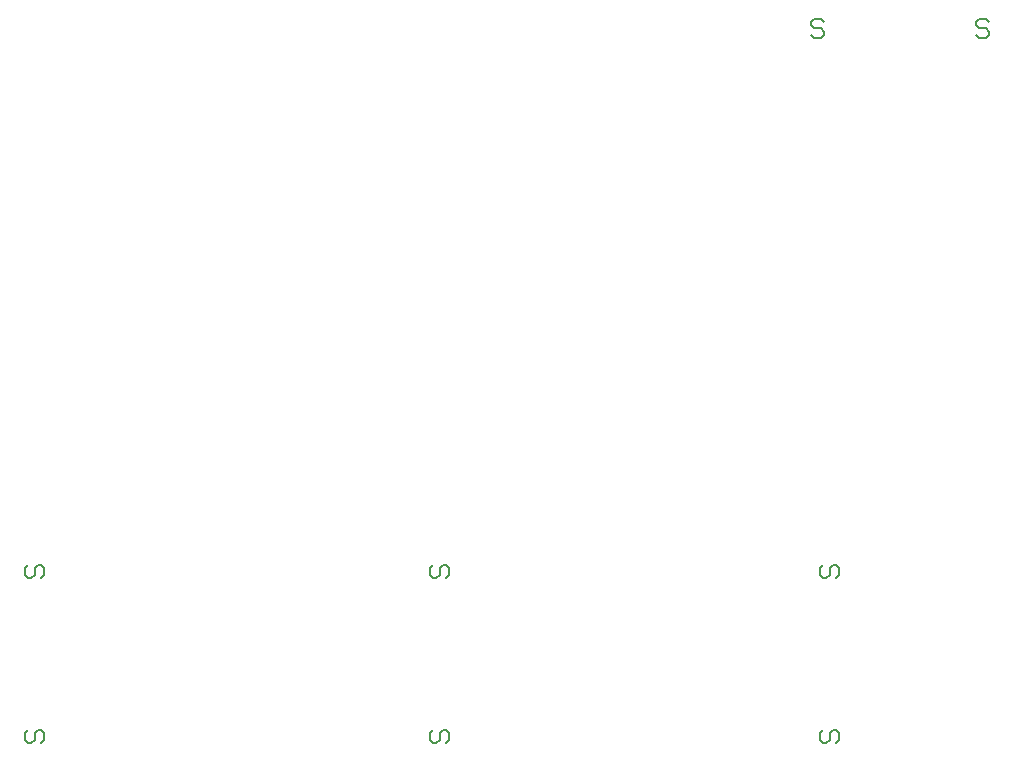
<source format=gbo>
G75*
%MOIN*%
%OFA0B0*%
%FSLAX25Y25*%
%IPPOS*%
%LPD*%
%AMOC8*
5,1,8,0,0,1.08239X$1,22.5*
%
%ADD10C,0.00600*%
D10*
X0050895Y0028968D02*
X0051962Y0027900D01*
X0053030Y0027900D01*
X0054097Y0028968D01*
X0054097Y0031103D01*
X0055165Y0032170D01*
X0056232Y0032170D01*
X0057300Y0031103D01*
X0057300Y0028968D01*
X0056232Y0027900D01*
X0050895Y0028968D02*
X0050895Y0031103D01*
X0051962Y0032170D01*
X0051962Y0082900D02*
X0053030Y0082900D01*
X0054097Y0083968D01*
X0054097Y0086103D01*
X0055165Y0087170D01*
X0056232Y0087170D01*
X0057300Y0086103D01*
X0057300Y0083968D01*
X0056232Y0082900D01*
X0051962Y0082900D02*
X0050895Y0083968D01*
X0050895Y0086103D01*
X0051962Y0087170D01*
X0185895Y0086103D02*
X0185895Y0083968D01*
X0186962Y0082900D01*
X0188030Y0082900D01*
X0189097Y0083968D01*
X0189097Y0086103D01*
X0190165Y0087170D01*
X0191232Y0087170D01*
X0192300Y0086103D01*
X0192300Y0083968D01*
X0191232Y0082900D01*
X0186962Y0087170D02*
X0185895Y0086103D01*
X0186962Y0032170D02*
X0185895Y0031103D01*
X0185895Y0028968D01*
X0186962Y0027900D01*
X0188030Y0027900D01*
X0189097Y0028968D01*
X0189097Y0031103D01*
X0190165Y0032170D01*
X0191232Y0032170D01*
X0192300Y0031103D01*
X0192300Y0028968D01*
X0191232Y0027900D01*
X0315895Y0028968D02*
X0316962Y0027900D01*
X0318030Y0027900D01*
X0319097Y0028968D01*
X0319097Y0031103D01*
X0320165Y0032170D01*
X0321232Y0032170D01*
X0322300Y0031103D01*
X0322300Y0028968D01*
X0321232Y0027900D01*
X0315895Y0028968D02*
X0315895Y0031103D01*
X0316962Y0032170D01*
X0316962Y0082900D02*
X0318030Y0082900D01*
X0319097Y0083968D01*
X0319097Y0086103D01*
X0320165Y0087170D01*
X0321232Y0087170D01*
X0322300Y0086103D01*
X0322300Y0083968D01*
X0321232Y0082900D01*
X0316962Y0082900D02*
X0315895Y0083968D01*
X0315895Y0086103D01*
X0316962Y0087170D01*
X0316103Y0262900D02*
X0313968Y0262900D01*
X0312900Y0263968D01*
X0313968Y0266103D02*
X0316103Y0266103D01*
X0317170Y0265035D01*
X0317170Y0263968D01*
X0316103Y0262900D01*
X0313968Y0266103D02*
X0312900Y0267170D01*
X0312900Y0268238D01*
X0313968Y0269305D01*
X0316103Y0269305D01*
X0317170Y0268238D01*
X0367900Y0268238D02*
X0367900Y0267170D01*
X0368968Y0266103D01*
X0371103Y0266103D01*
X0372170Y0265035D01*
X0372170Y0263968D01*
X0371103Y0262900D01*
X0368968Y0262900D01*
X0367900Y0263968D01*
X0367900Y0268238D02*
X0368968Y0269305D01*
X0371103Y0269305D01*
X0372170Y0268238D01*
M02*

</source>
